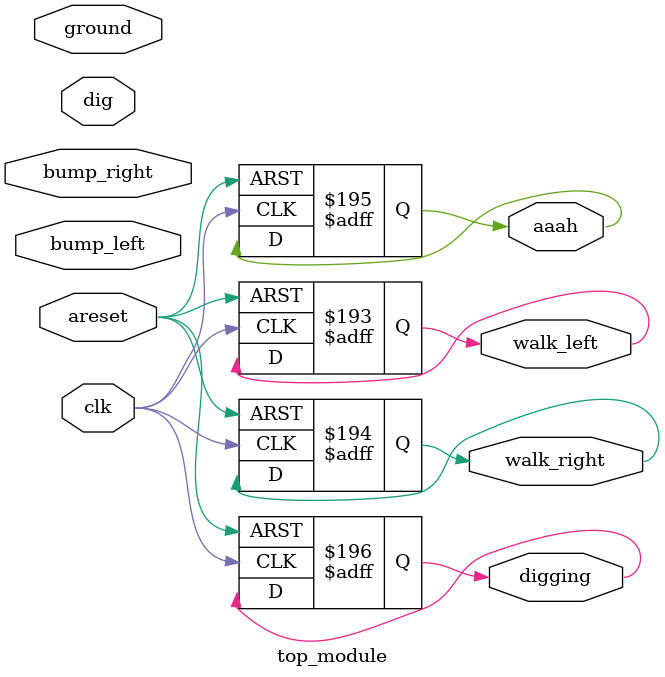
<source format=sv>
module top_module (
	input clk,
	input areset,
	input bump_left,
	input bump_right,
	input ground,
	input dig,
	output reg walk_left,
	output reg walk_right,
	output reg aaah,
	output reg digging
);
	// Define states
	reg [5:0] state;
	parameter IDLE = 6'b000001;
	parameter WALK_LEFT = 6'b000010;
	parameter WALK_RIGHT = 6'b000100;
	parameter FALLING = 6'b001000;
	parameter DIGGING = 6'b010000;
	parameter SPLATTER = 6'b100000;

	// Define counters
	reg [5:0] fall_counter;

	// Initialize outputs
	always @(posedge clk or posedge areset) begin
		if (areset) begin
			walk_left <= 1'b1;
			walk_right <= 1'b0;
			aaah <= 1'b0;
			digging <= 1'b0;
		end else begin
			case (state)
				IDLE: begin
					if (ground == 0 && bump_left == 0 && bump_right == 0) begin
						state <= FALLING;
						fall_counter <= 0;
					end else if (ground == 1 && dig == 1 && bump_left == 0 && bump_right == 0) begin
						state <= DIGGING;
						fall_counter <= 0;
					end else if (bump_left == 1 && bump_right == 0) begin
						state <= WALK_RIGHT;
						fall_counter <= 0;
					end else if (bump_left == 0 && bump_right == 1) begin
						state <= WALK_LEFT;
						fall_counter <= 0;
					end else if (bump_left == 1 && bump_right == 1) begin
						state <= WALK_RIGHT;
						fall_counter <= 0;
					end
				end
				WALK_LEFT: begin
					if (ground == 0) begin
						state <= FALLING;
						fall_counter <= 0;
					end else if (bump_left == 1 && bump_right == 0) begin
						state <= WALK_RIGHT;
						fall_counter <= 0;
					end else if (bump_left == 0 && bump_right == 1) begin
						state <= WALK_LEFT;
						fall_counter <= 0;
					end else if (bump_left == 1 && bump_right == 1) begin
						state <= WALK_RIGHT;
						fall_counter <= 0;
					end else if (dig == 1 && ground == 1) begin
						state <= DIGGING;
						fall_counter <= 0;
					end
				end
				WALK_RIGHT: begin
					if (ground == 0) begin
						state <= FALLING;
						fall_counter <= 0;
					end else if (bump_left == 1 && bump_right == 0) begin
						state <= WALK_RIGHT;
						fall_counter <= 0;
					end else if (bump_left == 0 && bump_right == 1) begin
						state <= WALK_LEFT;
						fall_counter <= 0;
					end else if (bump_left == 1 && bump_right == 1) begin
						state <= WALK_LEFT;
						fall_counter <= 0;
					end else if (dig == 1 && ground == 1) begin
						state <= DIGGING;
						fall_counter <= 0;
					end
				end
				FALLING: begin
					if (ground == 1) begin
						if (fall_counter >= 20) begin
							state <= SPLATTER;
							fall_counter <= 0;
						end else begin
							state <= IDLE;
							fall_counter <= 0;
						end
					end else begin
						state <= FALLING;
						fall_counter <= fall_counter + 1;
					end
				end
				DIGGING: begin
					if (ground == 0) begin
						state <= FALLING;
						fall_counter <= 0;
					end else if (ground == 1 && dig == 0) begin
						state <= WALK_LEFT;
						fall_counter <= 0;
					end else if (ground == 1 && dig == 1) begin
						state <= DIGGING;
						fall_counter <= 0;
					end else if (bump_left == 1 || bump_right == 1) begin
						state <= IDLE;
						fall_counter <= 0;
					end
				end
				SPLATTER: begin
					state <= SPLATTER;
					fall_counter <= 0;
				end
			endcase
		end
	end
endmodule

</source>
